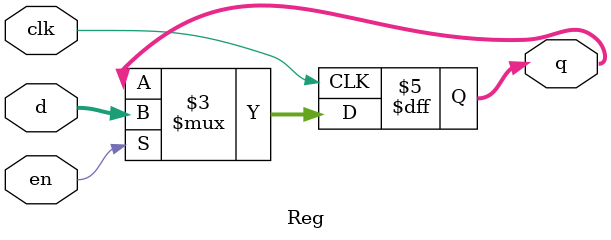
<source format=v>
`timescale 1ns / 1ps


module Reg(
    input [3:0] d,
    input en,
    input clk,
    output reg [3:0] q
    );
    always @(posedge clk)
    if (en)
        q[3:0] = d[3:0];
endmodule

</source>
